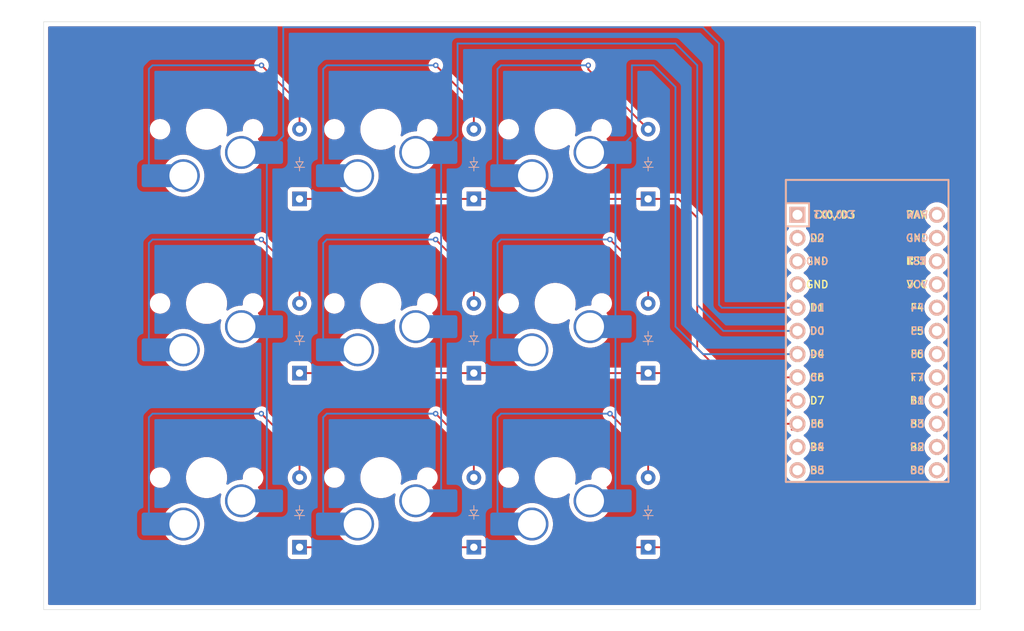
<source format=kicad_pcb>
(kicad_pcb (version 20241229) (generator "pcbnew") (generator_version "9.0")
  (layers (0 "F.Cu" signal) (2 "B.Cu" signal) (13 "F.Paste" user) (15 "B.Paste" user) (5 "F.SilkS" user "F.Silkscreen") (7 "B.SilkS" user "B.Silkscreen") (1 "F.Mask" user) (3 "B.Mask" user) (25 "Edge.Cuts" user))
  (net 0 "")
  (net 1 "Row_0")
  (net 2 "Net-(D1-A)")
  (net 3 "Net-(D2-A)")
  (net 4 "Net-(D3-A)")
  (net 5 "Row_1")
  (net 6 "Net-(D4-A)")
  (net 7 "Net-(D5-A)")
  (net 8 "Net-(D6-A)")
  (net 9 "Row_2")
  (net 10 "Net-(D7-A)")
  (net 11 "Net-(D8-A)")
  (net 12 "Net-(D9-A)")
  (net 13 "Col_0")
  (net 14 "Col_1")
  (net 33 "Col_2")
  (footprint "ScottoKeebs_MCU:Arduino_Pro_Micro" (layer "F.Cu") (at 151.92375 94.615)
    (property "Reference" "U1" (hide yes))
    (property "Value" "Arduino_Pro_Micro" (hide yes))
    (fp_line (start -8.89 -17.78) (end -8.89 15.24) (stroke (width 0.2)) (layer "F.SilkS"))
    (fp_line (start -8.89 15.24) (end 8.89 15.24) (stroke (width 0.2)) (layer "F.SilkS"))
    (fp_line (start -6.35 -15.24) (end -8.89 -15.24) (stroke (width 0.2)) (layer "F.SilkS"))
    (fp_line (start -6.35 -15.24) (end -6.35 -12.7) (stroke (width 0.2)) (layer "F.SilkS"))
    (fp_line (start -6.35 -12.7) (end -8.89 -12.7) (stroke (width 0.2)) (layer "F.SilkS"))
    (fp_line (start 8.89 -17.78) (end -8.89 -17.78) (stroke (width 0.2)) (layer "F.SilkS"))
    (fp_line (start 8.89 15.24) (end 8.89 -17.78) (stroke (width 0.2)) (layer "F.SilkS"))
    (fp_poly (pts (xy 4.531568 -9.36064) (xy 4.531568 -8.56064) (xy 4.431568 -8.56064) (xy 4.431568 -9.36064)) (stroke (width 0.15)) (fill yes) (layer "F.SilkS"))
    (fp_poly (pts (xy 4.731568 -8.96064) (xy 4.731568 -8.86064) (xy 4.631568 -8.86064) (xy 4.631568 -8.96064)) (stroke (width 0.15)) (fill yes) (layer "F.SilkS"))
    (fp_poly (pts (xy 4.931568 -9.36064) (xy 4.931568 -9.26064) (xy 4.431568 -9.26064) (xy 4.431568 -9.36064)) (stroke (width 0.15)) (fill yes) (layer "F.SilkS"))
    (fp_poly (pts (xy 4.931568 -9.36064) (xy 4.931568 -9.06064) (xy 4.831568 -9.06064) (xy 4.831568 -9.36064)) (stroke (width 0.15)) (fill yes) (layer "F.SilkS"))
    (fp_poly (pts (xy 4.931568 -8.76064) (xy 4.931568 -8.56064) (xy 4.831568 -8.56064) (xy 4.831568 -8.76064)) (stroke (width 0.15)) (fill yes) (layer "F.SilkS"))
    (fp_line (start -8.89 -17.78) (end -8.89 15.24) (stroke (width 0.2)) (layer "B.SilkS"))
    (fp_line (start -8.89 15.24) (end 8.89 15.24) (stroke (width 0.2)) (layer "B.SilkS"))
    (fp_line (start -6.35 -15.24) (end -8.89 -15.24) (stroke (width 0.2)) (layer "B.SilkS"))
    (fp_line (start -6.35 -15.24) (end -6.35 -12.7) (stroke (width 0.2)) (layer "B.SilkS"))
    (fp_line (start -6.35 -12.7) (end -8.89 -12.7) (stroke (width 0.2)) (layer "B.SilkS"))
    (fp_line (start 8.89 -17.78) (end -8.89 -17.78) (stroke (width 0.2)) (layer "B.SilkS"))
    (fp_line (start 8.89 15.24) (end 8.89 -17.78) (stroke (width 0.2)) (layer "B.SilkS"))
    (fp_poly (pts (xy 5.844635 -9.35097) (xy 5.844635 -9.25097) (xy 6.344635 -9.25097) (xy 6.344635 -9.35097)) (stroke (width 0.15)) (fill yes) (layer "B.SilkS"))
    (fp_poly (pts (xy 5.844635 -9.35097) (xy 5.844635 -9.05097) (xy 5.944635 -9.05097) (xy 5.944635 -9.35097)) (stroke (width 0.15)) (fill yes) (layer "B.SilkS"))
    (fp_poly (pts (xy 5.844635 -8.75097) (xy 5.844635 -8.55097) (xy 5.944635 -8.55097) (xy 5.944635 -8.75097)) (stroke (width 0.15)) (fill yes) (layer "B.SilkS"))
    (fp_poly (pts (xy 6.044635 -8.95097) (xy 6.044635 -8.85097) (xy 6.144635 -8.85097) (xy 6.144635 -8.95097)) (stroke (width 0.15)) (fill yes) (layer "B.SilkS"))
    (fp_poly (pts (xy 6.244635 -9.35097) (xy 6.244635 -8.55097) (xy 6.344635 -8.55097) (xy 6.344635 -9.35097)) (stroke (width 0.15)) (fill yes) (layer "B.SilkS"))
    (fp_text user "RAW" (at 5.461 -13.97 0) (layer "F.SilkS") (effects (font (size 0.8 0.8))))
    (fp_text user "GND" (at -5.461 -8.89 0) (layer "F.SilkS") (effects (font (size 0.8 0.8))))
    (fp_text user "GND" (at -5.461 -6.35 0) (layer "F.SilkS") (effects (font (size 0.8 0.8))))
    (fp_text user "D7" (at -5.461 6.35 0) (layer "F.SilkS") (effects (font (size 0.8 0.8))))
    (fp_text user "F5" (at 5.461 -1.27 0) (layer "F.SilkS") (effects (font (size 0.8 0.8))))
    (fp_text user "D2" (at -5.461 -11.43 0) (layer "F.SilkS") (effects (font (size 0.8 0.8))))
    (fp_text user "D0" (at -5.461 -1.27 0) (layer "F.SilkS") (effects (font (size 0.8 0.8))))
    (fp_text user "B6" (at 5.461 13.97 0) (layer "F.SilkS") (effects (font (size 0.8 0.8))))
    (fp_text user "TX0/D3" (at -3.571872 -13.97 0) (layer "F.SilkS") (effects (font (size 0.8 0.8))))
    (fp_text user "F6" (at 5.461 1.27 0) (layer "F.SilkS") (effects (font (size 0.8 0.8))))
    (fp_text user "F7" (at 5.461 3.81 0) (layer "F.SilkS") (effects (font (size 0.8 0.8))))
    (fp_text user "B5" (at -5.461 13.97 0) (layer "F.SilkS") (effects (font (size 0.8 0.8))))
    (fp_text user "F4" (at 5.461 -3.81 0) (layer "F.SilkS") (effects (font (size 0.8 0.8))))
    (fp_text user "B1" (at 5.461 6.35 0) (layer "F.SilkS") (effects (font (size 0.8 0.8))))
    (fp_text user "B2" (at 5.461 11.43 0) (layer "F.SilkS") (effects (font (size 0.8 0.8))))
    (fp_text user "B4" (at -5.461 11.43 0) (layer "F.SilkS") (effects (font (size 0.8 0.8))))
    (fp_text user "D4" (at -5.461 1.27 0) (layer "F.SilkS") (effects (font (size 0.8 0.8))))
    (fp_text user "B3" (at 5.461 8.89 0) (layer "F.SilkS") (effects (font (size 0.8 0.8))))
    (fp_text user "C6" (at -5.461 3.81 0) (layer "F.SilkS") (effects (font (size 0.8 0.8))))
    (fp_text user "E6" (at -5.461 8.89 0) (layer "F.SilkS") (effects (font (size 0.8 0.8))))
    (fp_text user "ST" (at 5.73312 -8.92 0) (layer "F.SilkS") (effects (font (size 0.8 0.8))))
    (fp_text user "GND" (at 5.461 -11.43 0) (layer "F.SilkS") (effects (font (size 0.8 0.8))))
    (fp_text user "VCC" (at 5.461 -6.35 0) (layer "F.SilkS") (effects (font (size 0.8 0.8))))
    (fp_text user "D1" (at -5.461 -3.81 0) (layer "F.SilkS") (effects (font (size 0.8 0.8))))
    (fp_text user "D2" (at -5.461 -11.43 0) (layer "B.SilkS") (effects (font (size 0.8 0.8)) (justify mirror)))
    (fp_text user "D1" (at -5.461 -3.81 0) (layer "B.SilkS") (effects (font (size 0.8 0.8)) (justify mirror)))
    (fp_text user "C6" (at -5.461 3.81 0) (layer "B.SilkS") (effects (font (size 0.8 0.8)) (justify mirror)))
    (fp_text user "B1" (at 5.461 6.35 0) (layer "B.SilkS") (effects (font (size 0.8 0.8)) (justify mirror)))
    (fp_text user "B2" (at 5.461 11.43 0) (layer "B.SilkS") (effects (font (size 0.8 0.8)) (justify mirror)))
    (fp_text user "F4" (at 5.461 -3.81 0) (layer "B.SilkS") (effects (font (size 0.8 0.8)) (justify mirror)))
    (fp_text user "VCC" (at 5.461 -6.35 0) (layer "B.SilkS") (effects (font (size 0.8 0.8)) (justify mirror)))
    (fp_text user "GND" (at 5.461 -11.43 0) (layer "B.SilkS") (effects (font (size 0.8 0.8)) (justify mirror)))
    (fp_text user "D4" (at -5.461 1.27 0) (layer "B.SilkS") (effects (font (size 0.8 0.8)) (justify mirror)))
    (fp_text user "D0" (at -5.461 -1.27 0) (layer "B.SilkS") (effects (font (size 0.8 0.8)) (justify mirror)))
    (fp_text user "F7" (at 5.461 3.81 0) (layer "B.SilkS") (effects (font (size 0.8 0.8)) (justify mirror)))
    (fp_text user "RAW" (at 5.461 -13.97 0) (layer "B.SilkS") (effects (font (size 0.8 0.8)) (justify mirror)))
    (fp_text user "B4" (at -5.461 11.43 0) (layer "B.SilkS") (effects (font (size 0.8 0.8)) (justify mirror)))
    (fp_text user "B3" (at 5.461 8.89 0) (layer "B.SilkS") (effects (font (size 0.8 0.8)) (justify mirror)))
    (fp_text user "F6" (at 5.461 1.27 0) (layer "B.SilkS") (effects (font (size 0.8 0.8)) (justify mirror)))
    (fp_text user "E6" (at -5.461 8.89 0) (layer "B.SilkS") (effects (font (size 0.8 0.8)) (justify mirror)))
    (fp_text user "F5" (at 5.461 -1.27 0) (layer "B.SilkS") (effects (font (size 0.8 0.8)) (justify mirror)))
    (fp_text user "B5" (at -5.461 13.97 0) (layer "B.SilkS") (effects (font (size 0.8 0.8)) (justify mirror)))
    (fp_text user "GND" (at -5.461 -8.89 0) (layer "B.SilkS") (effects (font (size 0.8 0.8)) (justify mirror)))
    (fp_text user "TX0/D3" (at -3.571872 -13.97 0) (layer "B.SilkS") (effects (font (size 0.8 0.8)) (justify mirror)))
    (fp_text user "B6" (at 5.461 13.97 0) (layer "B.SilkS") (effects (font (size 0.8 0.8)) (justify mirror)))
    (fp_text user "ST" (at 5.04 -8.91 0) (layer "B.SilkS") (effects (font (size 0.8 0.8)) (justify mirror)))
    (pad "1" thru_hole rect (at -7.62 -13.97 270) (size 1.7526 1.7526) (drill 1.0922) (layers "*.Cu" "*.SilkS" "*.Mask"))
    (pad "2" thru_hole circle (at -7.62 -11.43 270) (size 1.7526 1.7526) (drill 1.0922) (layers "*.Cu" "*.SilkS" "*.Mask"))
    (pad "3" thru_hole circle (at -7.62 -8.89 270) (size 1.7526 1.7526) (drill 1.0922) (layers "*.Cu" "*.SilkS" "*.Mask"))
    (pad "4" thru_hole circle (at -7.62 -6.35 270) (size 1.7526 1.7526) (drill 1.0922) (layers "*.Cu" "*.SilkS" "*.Mask"))
    (pad "5" thru_hole circle (at -7.62 -3.81 270) (size 1.7526 1.7526) (drill 1.0922) (layers "*.Cu" "*.SilkS" "*.Mask") (net 13 "Col_0"))
    (pad "6" thru_hole circle (at -7.62 -1.27 270) (size 1.7526 1.7526) (drill 1.0922) (layers "*.Cu" "*.SilkS" "*.Mask") (net 14 "Col_1"))
    (pad "7" thru_hole circle (at -7.62 1.27 270) (size 1.7526 1.7526) (drill 1.0922) (layers "*.Cu" "*.SilkS" "*.Mask") (net 33 "Col_2"))
    (pad "8" thru_hole circle (at -7.62 3.81 270) (size 1.7526 1.7526) (drill 1.0922) (layers "*.Cu" "*.SilkS" "*.Mask") (net 1 "Row_0"))
    (pad "9" thru_hole circle (at -7.62 6.35 270) (size 1.7526 1.7526) (drill 1.0922) (layers "*.Cu" "*.SilkS" "*.Mask") (net 5 "Row_1"))
    (pad "10" thru_hole circle (at -7.62 8.89 270) (size 1.7526 1.7526) (drill 1.0922) (layers "*.Cu" "*.SilkS" "*.Mask") (net 9 "Row_2"))
    (pad "11" thru_hole circle (at -7.62 11.43 270) (size 1.7526 1.7526) (drill 1.0922) (layers "*.Cu" "*.SilkS" "*.Mask"))
    (pad "12" thru_hole circle (at -7.62 13.97 270) (size 1.7526 1.7526) (drill 1.0922) (layers "*.Cu" "*.SilkS" "*.Mask"))
    (pad "13" thru_hole circle (at 7.62 13.97 270) (size 1.7526 1.7526) (drill 1.0922) (layers "*.Cu" "*.SilkS" "*.Mask"))
    (pad "14" thru_hole circle (at 7.62 11.43 270) (size 1.7526 1.7526) (drill 1.0922) (layers "*.Cu" "*.SilkS" "*.Mask"))
    (pad "15" thru_hole circle (at 7.62 8.89 270) (size 1.7526 1.7526) (drill 1.0922) (layers "*.Cu" "*.SilkS" "*.Mask"))
    (pad "16" thru_hole circle (at 7.62 6.35 270) (size 1.7526 1.7526) (drill 1.0922) (layers "*.Cu" "*.SilkS" "*.Mask"))
    (pad "17" thru_hole circle (at 7.62 3.81 270) (size 1.7526 1.7526) (drill 1.0922) (layers "*.Cu" "*.SilkS" "*.Mask"))
    (pad "18" thru_hole circle (at 7.62 1.27 270) (size 1.7526 1.7526) (drill 1.0922) (layers "*.Cu" "*.SilkS" "*.Mask"))
    (pad "19" thru_hole circle (at 7.62 -1.27 270) (size 1.7526 1.7526) (drill 1.0922) (layers "*.Cu" "*.SilkS" "*.Mask"))
    (pad "20" thru_hole circle (at 7.62 -3.81 270) (size 1.7526 1.7526) (drill 1.0922) (layers "*.Cu" "*.SilkS" "*.Mask"))
    (pad "21" thru_hole circle (at 7.62 -6.35 270) (size 1.7526 1.7526) (drill 1.0922) (layers "*.Cu" "*.SilkS" "*.Mask"))
    (pad "22" thru_hole circle (at 7.62 -8.89 270) (size 1.7526 1.7526) (drill 1.0922) (layers "*.Cu" "*.SilkS" "*.Mask"))
    (pad "23" thru_hole circle (at 7.62 -11.43 270) (size 1.7526 1.7526) (drill 1.0922) (layers "*.Cu" "*.SilkS" "*.Mask"))
    (pad "24" thru_hole circle (at 7.62 -13.97 270) (size 1.7526 1.7526) (drill 1.0922) (layers "*.Cu" "*.SilkS" "*.Mask"))
  )
  (footprint "ScottoKeebs_Components:Diode_DO-35" (layer "B.Cu") (at 127.98625 78.90625 90)
    (property "Reference" "D3" (hide yes))
    (property "Value" "Diode" (hide yes))
    (fp_line (start 4.06 -0.4) (end 3.46 0) (stroke (width 0.1)) (layer "B.SilkS"))
    (fp_line (start 4.06 0) (end 4.56 0) (stroke (width 0.1)) (layer "B.SilkS"))
    (fp_line (start 3.46 0) (end 4.06 0.4) (stroke (width 0.1)) (layer "B.SilkS"))
    (fp_line (start 3.06 0) (end 3.46 0) (stroke (width 0.1)) (layer "B.SilkS"))
    (fp_line (start 4.06 0.4) (end 4.06 -0.4) (stroke (width 0.1)) (layer "B.SilkS"))
    (fp_line (start 3.46 0.55) (end 3.46 -0.55) (stroke (width 0.1)) (layer "B.SilkS"))
    (pad "1" thru_hole rect (at 0 0 90) (size 1.6 1.6) (drill 0.8) (layers "*.Cu" "*.Mask") (net 1 "Row_0"))
    (pad "2" thru_hole oval (at 7.62 0 90) (size 1.6 1.6) (drill 0.8) (layers "*.Cu" "*.Mask") (net 4 "Net-(D3-A)"))
  )
  (footprint "ScottoKeebs_Scotto:MX_Hotswap_1.00u" (layer "B.Cu") (at 80.36125 94.14625 180)
    (property "Reference" "S4" (hide yes))
    (property "Value" "Keyswitch")
    (pad "" np_thru_hole circle (at -4.445 3.81) (size 1.75 1.75) (drill 1.75) (layers "*.Cu" "*.Mask") (clearance 0.1))
    (pad "" np_thru_hole circle (at 0.635 3.81) (size 4 4) (drill 4) (layers "*.Cu" "*.Mask"))
    (pad "" np_thru_hole circle (at 5.715 3.81) (size 1.75 1.75) (drill 1.75) (layers "*.Cu" "*.Mask"))
    (pad "1" smd roundrect (at -5.95 1.27) (size 3.55 2.5) (layers "B.Cu") (roundrect_rratio 0.1) (net 13 "Col_0"))
    (pad "1" thru_hole circle (at -3.175 1.27) (size 3.6 3.6) (drill 3.05) (layers "*.Cu" "*.Mask") (net 13 "Col_0"))
    (pad "2" thru_hole circle (at 3.175 -1.27) (size 3.6 3.6) (drill 3.05) (layers "*.Cu" "*.Mask") (net 6 "Net-(D4-A)"))
    (pad "2" smd roundrect (at 5.955 -1.27) (size 3.55 2.5) (layers "B.Cu") (roundrect_rratio 0.1) (net 6 "Net-(D4-A)"))
  )
  (footprint "ScottoKeebs_Components:Diode_DO-35" (layer "B.Cu") (at 89.88625 97.95625 90)
    (property "Reference" "D4" (hide yes))
    (property "Value" "Diode" (hide yes))
    (fp_line (start 4.06 -0.4) (end 3.46 0) (stroke (width 0.1)) (layer "B.SilkS"))
    (fp_line (start 4.06 0) (end 4.56 0) (stroke (width 0.1)) (layer "B.SilkS"))
    (fp_line (start 3.46 0) (end 4.06 0.4) (stroke (width 0.1)) (layer "B.SilkS"))
    (fp_line (start 3.06 0) (end 3.46 0) (stroke (width 0.1)) (layer "B.SilkS"))
    (fp_line (start 4.06 0.4) (end 4.06 -0.4) (stroke (width 0.1)) (layer "B.SilkS"))
    (fp_line (start 3.46 0.55) (end 3.46 -0.55) (stroke (width 0.1)) (layer "B.SilkS"))
    (pad "1" thru_hole rect (at 0 0 90) (size 1.6 1.6) (drill 0.8) (layers "*.Cu" "*.Mask") (net 5 "Row_1"))
    (pad "2" thru_hole oval (at 7.62 0 90) (size 1.6 1.6) (drill 0.8) (layers "*.Cu" "*.Mask") (net 6 "Net-(D4-A)"))
  )
  (footprint "ScottoKeebs_Components:Diode_DO-35" (layer "B.Cu") (at 108.93625 117.00625 90)
    (property "Reference" "D8" (hide yes))
    (property "Value" "Diode" (hide yes))
    (fp_line (start 4.06 -0.4) (end 3.46 0) (stroke (width 0.1)) (layer "B.SilkS"))
    (fp_line (start 4.06 0) (end 4.56 0) (stroke (width 0.1)) (layer "B.SilkS"))
    (fp_line (start 3.46 0) (end 4.06 0.4) (stroke (width 0.1)) (layer "B.SilkS"))
    (fp_line (start 3.06 0) (end 3.46 0) (stroke (width 0.1)) (layer "B.SilkS"))
    (fp_line (start 4.06 0.4) (end 4.06 -0.4) (stroke (width 0.1)) (layer "B.SilkS"))
    (fp_line (start 3.46 0.55) (end 3.46 -0.55) (stroke (width 0.1)) (layer "B.SilkS"))
    (pad "1" thru_hole rect (at 0 0 90) (size 1.6 1.6) (drill 0.8) (layers "*.Cu" "*.Mask") (net 9 "Row_2"))
    (pad "2" thru_hole oval (at 7.62 0 90) (size 1.6 1.6) (drill 0.8) (layers "*.Cu" "*.Mask") (net 11 "Net-(D8-A)"))
  )
  (footprint "ScottoKeebs_Scotto:MX_Hotswap_1.00u" (layer "B.Cu") (at 99.41125 113.19625 180)
    (property "Reference" "S8" (hide yes))
    (property "Value" "Keyswitch")
    (pad "" np_thru_hole circle (at -4.445 3.81) (size 1.75 1.75) (drill 1.75) (layers "*.Cu" "*.Mask") (clearance 0.1))
    (pad "" np_thru_hole circle (at 0.635 3.81) (size 4 4) (drill 4) (layers "*.Cu" "*.Mask"))
    (pad "" np_thru_hole circle (at 5.715 3.81) (size 1.75 1.75) (drill 1.75) (layers "*.Cu" "*.Mask"))
    (pad "1" smd roundrect (at -5.95 1.27) (size 3.55 2.5) (layers "B.Cu") (roundrect_rratio 0.1) (net 14 "Col_1"))
    (pad "1" thru_hole circle (at -3.175 1.27) (size 3.6 3.6) (drill 3.05) (layers "*.Cu" "*.Mask") (net 14 "Col_1"))
    (pad "2" thru_hole circle (at 3.175 -1.27) (size 3.6 3.6) (drill 3.05) (layers "*.Cu" "*.Mask") (net 11 "Net-(D8-A)"))
    (pad "2" smd roundrect (at 5.955 -1.27) (size 3.55 2.5) (layers "B.Cu") (roundrect_rratio 0.1) (net 11 "Net-(D8-A)"))
  )
  (footprint "ScottoKeebs_Scotto:MX_Hotswap_1.00u" (layer "B.Cu") (at 118.46125 113.19625 180)
    (property "Reference" "S9" (hide yes))
    (property "Value" "Keyswitch")
    (pad "" np_thru_hole circle (at -4.445 3.81) (size 1.75 1.75) (drill 1.75) (layers "*.Cu" "*.Mask") (clearance 0.1))
    (pad "" np_thru_hole circle (at 0.635 3.81) (size 4 4) (drill 4) (layers "*.Cu" "*.Mask"))
    (pad "" np_thru_hole circle (at 5.715 3.81) (size 1.75 1.75) (drill 1.75) (layers "*.Cu" "*.Mask"))
    (pad "1" smd roundrect (at -5.95 1.27) (size 3.55 2.5) (layers "B.Cu") (roundrect_rratio 0.1) (net 33 "Col_2"))
    (pad "1" thru_hole circle (at -3.175 1.27) (size 3.6 3.6) (drill 3.05) (layers "*.Cu" "*.Mask") (net 33 "Col_2"))
    (pad "2" thru_hole circle (at 3.175 -1.27) (size 3.6 3.6) (drill 3.05) (layers "*.Cu" "*.Mask") (net 12 "Net-(D9-A)"))
    (pad "2" smd roundrect (at 5.955 -1.27) (size 3.55 2.5) (layers "B.Cu") (roundrect_rratio 0.1) (net 12 "Net-(D9-A)"))
  )
  (footprint "ScottoKeebs_Scotto:MX_Hotswap_1.00u" (layer "B.Cu") (at 80.36125 113.19625 180)
    (property "Reference" "S7" (hide yes))
    (property "Value" "Keyswitch")
    (pad "" np_thru_hole circle (at -4.445 3.81) (size 1.75 1.75) (drill 1.75) (layers "*.Cu" "*.Mask") (clearance 0.1))
    (pad "" np_thru_hole circle (at 0.635 3.81) (size 4 4) (drill 4) (layers "*.Cu" "*.Mask"))
    (pad "" np_thru_hole circle (at 5.715 3.81) (size 1.75 1.75) (drill 1.75) (layers "*.Cu" "*.Mask"))
    (pad "1" smd roundrect (at -5.95 1.27) (size 3.55 2.5) (layers "B.Cu") (roundrect_rratio 0.1) (net 13 "Col_0"))
    (pad "1" thru_hole circle (at -3.175 1.27) (size 3.6 3.6) (drill 3.05) (layers "*.Cu" "*.Mask") (net 13 "Col_0"))
    (pad "2" thru_hole circle (at 3.175 -1.27) (size 3.6 3.6) (drill 3.05) (layers "*.Cu" "*.Mask") (net 10 "Net-(D7-A)"))
    (pad "2" smd roundrect (at 5.955 -1.27) (size 3.55 2.5) (layers "B.Cu") (roundrect_rratio 0.1) (net 10 "Net-(D7-A)"))
  )
  (footprint "ScottoKeebs_Components:Diode_DO-35" (layer "B.Cu") (at 89.88625 117.00625 90)
    (property "Reference" "D7" (hide yes))
    (property "Value" "Diode" (hide yes))
    (fp_line (start 4.06 -0.4) (end 3.46 0) (stroke (width 0.1)) (layer "B.SilkS"))
    (fp_line (start 4.06 0) (end 4.56 0) (stroke (width 0.1)) (layer "B.SilkS"))
    (fp_line (start 3.46 0) (end 4.06 0.4) (stroke (width 0.1)) (layer "B.SilkS"))
    (fp_line (start 3.06 0) (end 3.46 0) (stroke (width 0.1)) (layer "B.SilkS"))
    (fp_line (start 4.06 0.4) (end 4.06 -0.4) (stroke (width 0.1)) (layer "B.SilkS"))
    (fp_line (start 3.46 0.55) (end 3.46 -0.55) (stroke (width 0.1)) (layer "B.SilkS"))
    (pad "1" thru_hole rect (at 0 0 90) (size 1.6 1.6) (drill 0.8) (layers "*.Cu" "*.Mask") (net 9 "Row_2"))
    (pad "2" thru_hole oval (at 7.62 0 90) (size 1.6 1.6) (drill 0.8) (layers "*.Cu" "*.Mask") (net 10 "Net-(D7-A)"))
  )
  (footprint "ScottoKeebs_Scotto:MX_Hotswap_1.00u" (layer "B.Cu") (at 99.41125 75.09625 180)
    (property "Reference" "S2" (hide yes))
    (property "Value" "Keyswitch")
    (pad "" np_thru_hole circle (at -4.445 3.81) (size 1.75 1.75) (drill 1.75) (layers "*.Cu" "*.Mask") (clearance 0.1))
    (pad "" np_thru_hole circle (at 0.635 3.81) (size 4 4) (drill 4) (layers "*.Cu" "*.Mask"))
    (pad "" np_thru_hole circle (at 5.715 3.81) (size 1.75 1.75) (drill 1.75) (layers "*.Cu" "*.Mask"))
    (pad "1" smd roundrect (at -5.95 1.27) (size 3.55 2.5) (layers "B.Cu") (roundrect_rratio 0.1) (net 14 "Col_1"))
    (pad "1" thru_hole circle (at -3.175 1.27) (size 3.6 3.6) (drill 3.05) (layers "*.Cu" "*.Mask") (net 14 "Col_1"))
    (pad "2" thru_hole circle (at 3.175 -1.27) (size 3.6 3.6) (drill 3.05) (layers "*.Cu" "*.Mask") (net 3 "Net-(D2-A)"))
    (pad "2" smd roundrect (at 5.955 -1.27) (size 3.55 2.5) (layers "B.Cu") (roundrect_rratio 0.1) (net 3 "Net-(D2-A)"))
  )
  (footprint "ScottoKeebs_Scotto:MX_Hotswap_1.00u" (layer "B.Cu") (at 118.46125 94.14625 180)
    (property "Reference" "S6" (hide yes))
    (property "Value" "Keyswitch")
    (pad "" np_thru_hole circle (at -4.445 3.81) (size 1.75 1.75) (drill 1.75) (layers "*.Cu" "*.Mask") (clearance 0.1))
    (pad "" np_thru_hole circle (at 0.635 3.81) (size 4 4) (drill 4) (layers "*.Cu" "*.Mask"))
    (pad "" np_thru_hole circle (at 5.715 3.81) (size 1.75 1.75) (drill 1.75) (layers "*.Cu" "*.Mask"))
    (pad "1" smd roundrect (at -5.95 1.27) (size 3.55 2.5) (layers "B.Cu") (roundrect_rratio 0.1) (net 33 "Col_2"))
    (pad "1" thru_hole circle (at -3.175 1.27) (size 3.6 3.6) (drill 3.05) (layers "*.Cu" "*.Mask") (net 33 "Col_2"))
    (pad "2" thru_hole circle (at 3.175 -1.27) (size 3.6 3.6) (drill 3.05) (layers "*.Cu" "*.Mask") (net 8 "Net-(D6-A)"))
    (pad "2" smd roundrect (at 5.955 -1.27) (size 3.55 2.5) (layers "B.Cu") (roundrect_rratio 0.1) (net 8 "Net-(D6-A)"))
  )
  (footprint "ScottoKeebs_Scotto:MX_Hotswap_1.00u" (layer "B.Cu") (at 99.41125 94.14625 180)
    (property "Reference" "S5" (hide yes))
    (property "Value" "Keyswitch")
    (pad "" np_thru_hole circle (at -4.445 3.81) (size 1.75 1.75) (drill 1.75) (layers "*.Cu" "*.Mask") (clearance 0.1))
    (pad "" np_thru_hole circle (at 0.635 3.81) (size 4 4) (drill 4) (layers "*.Cu" "*.Mask"))
    (pad "" np_thru_hole circle (at 5.715 3.81) (size 1.75 1.75) (drill 1.75) (layers "*.Cu" "*.Mask"))
    (pad "1" smd roundrect (at -5.95 1.27) (size 3.55 2.5) (layers "B.Cu") (roundrect_rratio 0.1) (net 14 "Col_1"))
    (pad "1" thru_hole circle (at -3.175 1.27) (size 3.6 3.6) (drill 3.05) (layers "*.Cu" "*.Mask") (net 14 "Col_1"))
    (pad "2" thru_hole circle (at 3.175 -1.27) (size 3.6 3.6) (drill 3.05) (layers "*.Cu" "*.Mask") (net 7 "Net-(D5-A)"))
    (pad "2" smd roundrect (at 5.955 -1.27) (size 3.55 2.5) (layers "B.Cu") (roundrect_rratio 0.1) (net 7 "Net-(D5-A)"))
  )
  (footprint "ScottoKeebs_Components:Diode_DO-35" (layer "B.Cu") (at 108.93625 78.90625 90)
    (property "Reference" "D2" (hide yes))
    (property "Value" "Diode" (hide yes))
    (fp_line (start 4.06 -0.4) (end 3.46 0) (stroke (width 0.1)) (layer "B.SilkS"))
    (fp_line (start 4.06 0) (end 4.56 0) (stroke (width 0.1)) (layer "B.SilkS"))
    (fp_line (start 3.46 0) (end 4.06 0.4) (stroke (width 0.1)) (layer "B.SilkS"))
    (fp_line (start 3.06 0) (end 3.46 0) (stroke (width 0.1)) (layer "B.SilkS"))
    (fp_line (start 4.06 0.4) (end 4.06 -0.4) (stroke (width 0.1)) (layer "B.SilkS"))
    (fp_line (start 3.46 0.55) (end 3.46 -0.55) (stroke (width 0.1)) (layer "B.SilkS"))
    (pad "1" thru_hole rect (at 0 0 90) (size 1.6 1.6) (drill 0.8) (layers "*.Cu" "*.Mask") (net 1 "Row_0"))
    (pad "2" thru_hole oval (at 7.62 0 90) (size 1.6 1.6) (drill 0.8) (layers "*.Cu" "*.Mask") (net 3 "Net-(D2-A)"))
  )
  (footprint "ScottoKeebs_Components:Diode_DO-35" (layer "B.Cu") (at 89.88625 78.90625 90)
    (property "Reference" "D1" (hide yes))
    (property "Value" "Diode" (hide yes))
    (fp_line (start 4.06 -0.4) (end 3.46 0) (stroke (width 0.1)) (layer "B.SilkS"))
    (fp_line (start 4.06 0) (end 4.56 0) (stroke (width 0.1)) (layer "B.SilkS"))
    (fp_line (start 3.46 0) (end 4.06 0.4) (stroke (width 0.1)) (layer "B.SilkS"))
    (fp_line (start 3.06 0) (end 3.46 0) (stroke (width 0.1)) (layer "B.SilkS"))
    (fp_line (start 4.06 0.4) (end 4.06 -0.4) (stroke (width 0.1)) (layer "B.SilkS"))
    (fp_line (start 3.46 0.55) (end 3.46 -0.55) (stroke (width 0.1)) (layer "B.SilkS"))
    (pad "1" thru_hole rect (at 0 0 90) (size 1.6 1.6) (drill 0.8) (layers "*.Cu" "*.Mask") (net 1 "Row_0"))
    (pad "2" thru_hole oval (at 7.62 0 90) (size 1.6 1.6) (drill 0.8) (layers "*.Cu" "*.Mask") (net 2 "Net-(D1-A)"))
  )
  (footprint "ScottoKeebs_Components:Diode_DO-35" (layer "B.Cu") (at 127.98625 97.95625 90)
    (property "Reference" "D6" (hide yes))
    (property "Value" "Diode" (hide yes))
    (fp_line (start 4.06 -0.4) (end 3.46 0) (stroke (width 0.1)) (layer "B.SilkS"))
    (fp_line (start 4.06 0) (end 4.56 0) (stroke (width 0.1)) (layer "B.SilkS"))
    (fp_line (start 3.46 0) (end 4.06 0.4) (stroke (width 0.1)) (layer "B.SilkS"))
    (fp_line (start 3.06 0) (end 3.46 0) (stroke (width 0.1)) (layer "B.SilkS"))
    (fp_line (start 4.06 0.4) (end 4.06 -0.4) (stroke (width 0.1)) (layer "B.SilkS"))
    (fp_line (start 3.46 0.55) (end 3.46 -0.55) (stroke (width 0.1)) (layer "B.SilkS"))
    (pad "1" thru_hole rect (at 0 0 90) (size 1.6 1.6) (drill 0.8) (layers "*.Cu" "*.Mask") (net 5 "Row_1"))
    (pad "2" thru_hole oval (at 7.62 0 90) (size 1.6 1.6) (drill 0.8) (layers "*.Cu" "*.Mask") (net 8 "Net-(D6-A)"))
  )
  (footprint "ScottoKeebs_Scotto:MX_Hotswap_1.00u" (layer "B.Cu") (at 80.36125 75.09625 180)
    (property "Reference" "S1" (hide yes))
    (property "Value" "Keyswitch")
    (pad "" np_thru_hole circle (at -4.445 3.81) (size 1.75 1.75) (drill 1.75) (layers "*.Cu" "*.Mask") (clearance 0.1))
    (pad "" np_thru_hole circle (at 0.635 3.81) (size 4 4) (drill 4) (layers "*.Cu" "*.Mask"))
    (pad "" np_thru_hole circle (at 5.715 3.81) (size 1.75 1.75) (drill 1.75) (layers "*.Cu" "*.Mask"))
    (pad "1" smd roundrect (at -5.95 1.27) (size 3.55 2.5) (layers "B.Cu") (roundrect_rratio 0.1) (net 13 "Col_0"))
    (pad "1" thru_hole circle (at -3.175 1.27) (size 3.6 3.6) (drill 3.05) (layers "*.Cu" "*.Mask") (net 13 "Col_0"))
    (pad "2" thru_hole circle (at 3.175 -1.27) (size 3.6 3.6) (drill 3.05) (layers "*.Cu" "*.Mask") (net 2 "Net-(D1-A)"))
    (pad "2" smd roundrect (at 5.955 -1.27) (size 3.55 2.5) (layers "B.Cu") (roundrect_rratio 0.1) (net 2 "Net-(D1-A)"))
  )
  (footprint "ScottoKeebs_Components:Diode_DO-35" (layer "B.Cu") (at 127.98625 117.00625 90)
    (property "Reference" "D9" (hide yes))
    (property "Value" "Diode" (hide yes))
    (fp_line (start 4.06 -0.4) (end 3.46 0) (stroke (width 0.1)) (layer "B.SilkS"))
    (fp_line (start 4.06 0) (end 4.56 0) (stroke (width 0.1)) (layer "B.SilkS"))
    (fp_line (start 3.46 0) (end 4.06 0.4) (stroke (width 0.1)) (layer "B.SilkS"))
    (fp_line (start 3.06 0) (end 3.46 0) (stroke (width 0.1)) (layer "B.SilkS"))
    (fp_line (start 4.06 0.4) (end 4.06 -0.4) (stroke (width 0.1)) (layer "B.SilkS"))
    (fp_line (start 3.46 0.55) (end 3.46 -0.55) (stroke (width 0.1)) (layer "B.SilkS"))
    (pad "1" thru_hole rect (at 0 0 90) (size 1.6 1.6) (drill 0.8) (layers "*.Cu" "*.Mask") (net 9 "Row_2"))
    (pad "2" thru_hole oval (at 7.62 0 90) (size 1.6 1.6) (drill 0.8) (layers "*.Cu" "*.Mask") (net 12 "Net-(D9-A)"))
  )
  (footprint "ScottoKeebs_Components:Diode_DO-35" (layer "B.Cu") (at 108.93625 97.95625 90)
    (property "Reference" "D5" (hide yes))
    (property "Value" "Diode" (hide yes))
    (fp_line (start 4.06 -0.4) (end 3.46 0) (stroke (width 0.1)) (layer "B.SilkS"))
    (fp_line (start 4.06 0) (end 4.56 0) (stroke (width 0.1)) (layer "B.SilkS"))
    (fp_line (start 3.46 0) (end 4.06 0.4) (stroke (width 0.1)) (layer "B.SilkS"))
    (fp_line (start 3.06 0) (end 3.46 0) (stroke (width 0.1)) (layer "B.SilkS"))
    (fp_line (start 4.06 0.4) (end 4.06 -0.4) (stroke (width 0.1)) (layer "B.SilkS"))
    (fp_line (start 3.46 0.55) (end 3.46 -0.55) (stroke (width 0.1)) (layer "B.SilkS"))
    (pad "1" thru_hole rect (at 0 0 90) (size 1.6 1.6) (drill 0.8) (layers "*.Cu" "*.Mask") (net 5 "Row_1"))
    (pad "2" thru_hole oval (at 7.62 0 90) (size 1.6 1.6) (drill 0.8) (layers "*.Cu" "*.Mask") (net 7 "Net-(D5-A)"))
  )
  (footprint "ScottoKeebs_Scotto:MX_Hotswap_1.00u" (layer "B.Cu") (at 118.46125 75.09625 180)
    (property "Reference" "S3" (hide yes))
    (property "Value" "Keyswitch")
    (pad "" np_thru_hole circle (at -4.445 3.81) (size 1.75 1.75) (drill 1.75) (layers "*.Cu" "*.Mask") (clearance 0.1))
    (pad "" np_thru_hole circle (at 0.635 3.81) (size 4 4) (drill 4) (layers "*.Cu" "*.Mask"))
    (pad "" np_thru_hole circle (at 5.715 3.81) (size 1.75 1.75) (drill 1.75) (layers "*.Cu" "*.Mask"))
    (pad "1" smd roundrect (at -5.95 1.27) (size 3.55 2.5) (layers "B.Cu") (roundrect_rratio 0.1) (net 33 "Col_2"))
    (pad "1" thru_hole circle (at -3.175 1.27) (size 3.6 3.6) (drill 3.05) (layers "*.Cu" "*.Mask") (net 33 "Col_2"))
    (pad "2" thru_hole circle (at 3.175 -1.27) (size 3.6 3.6) (drill 3.05) (layers "*.Cu" "*.Mask") (net 4 "Net-(D3-A)"))
    (pad "2" smd roundrect (at 5.955 -1.27) (size 3.55 2.5) (layers "B.Cu") (roundrect_rratio 0.1) (net 4 "Net-(D3-A)"))
  )
  (gr_rect (start 61.9125 59.53125) (end 164.30625 123.825) (stroke (width 0.05)) (fill no) (layer "Edge.Cuts"))
  (segment (start 131.29375 78.90625) (end 133.35 80.9625) (width 0.2) (layer "F.Cu") (net 1))
  (segment (start 136.525 98.425) (end 144.30375 98.425) (width 0.2) (layer "F.Cu") (net 1))
  (segment (start 90.4875 78.58125) (end 90.21125 78.58125) (width 0.2) (layer "F.Cu") (net 1))
  (segment (start 133.35 95.25) (end 136.525 98.425) (width 0.2) (layer "F.Cu") (net 1))
  (segment (start 133.35 80.9625) (end 133.35 95.25) (width 0.2) (layer "F.Cu") (net 1))
  (segment (start 89.88625 78.90625) (end 127.98625 78.90625) (width 0.2) (layer "F.Cu") (net 1))
  (segment (start 89.88625 78.90625) (end 90.21125 78.58125) (width 0.2) (layer "F.Cu") (net 1))
  (segment (start 127.98625 78.90625) (end 128.31125 78.58125) (width 0.2) (layer "F.Cu") (net 1))
  (segment (start 127.98625 78.90625) (end 131.29375 78.90625) (width 0.2) (layer "F.Cu") (net 1))
  (segment (start 144.30375 99.06) (end 144.78 99.06) (width 0.2) (layer "F.Cu") (net 1))
  (segment (start 89.88625 68.455) (end 85.725 64.29375) (width 0.2) (layer "F.Cu") (net 2))
  (segment (start 89.88625 71.28625) (end 89.88625 68.455) (width 0.2) (layer "F.Cu") (net 2))
  (via (at 85.725 64.29375) (size 0.6) (drill 0.3) (layers "F.Cu" "B.Cu") (net 2))
  (segment (start 73.42025 75.38025) (end 74.40625 76.36625) (width 0.2) (layer "B.Cu") (net 2))
  (segment (start 73.42025 64.69225) (end 73.42025 75.38025) (width 0.2) (layer "B.Cu") (net 2))
  (segment (start 85.725 64.29375) (end 73.81875 64.29375) (width 0.2) (layer "B.Cu") (net 2))
  (segment (start 73.81875 64.29375) (end 73.42025 64.69225) (width 0.2) (layer "B.Cu") (net 2))
  (segment (start 108.93625 68.455) (end 104.775 64.29375) (width 0.2) (layer "F.Cu") (net 3))
  (segment (start 108.93625 71.28625) (end 108.93625 68.455) (width 0.2) (layer "F.Cu") (net 3))
  (via (at 104.775 64.29375) (size 0.6) (drill 0.3) (layers "F.Cu" "B.Cu") (net 3))
  (segment (start 92.47025 64.69225) (end 92.47025 75.38025) (width 0.2) (layer "B.Cu") (net 3))
  (segment (start 92.86875 64.29375) (end 92.47025 64.69225) (width 0.2) (layer "B.Cu") (net 3))
  (segment (start 92.47025 75.38025) (end 93.45625 76.36625) (width 0.2) (layer "B.Cu") (net 3))
  (segment (start 104.775 64.29375) (end 92.86875 64.29375) (width 0.2) (layer "B.Cu") (net 3))
  (segment (start 121.44375 64.74375) (end 121.44375 64.29375) (width 0.2) (layer "F.Cu") (net 4))
  (segment (start 127.98625 71.28625) (end 121.44375 64.74375) (width 0.2) (layer "F.Cu") (net 4))
  (via (at 121.44375 64.29375) (size 0.6) (drill 0.3) (layers "F.Cu" "B.Cu") (net 4))
  (segment (start 111.91875 64.29375) (end 111.52025 64.69225) (width 0.2) (layer "B.Cu") (net 4))
  (segment (start 111.52025 75.38025) (end 112.50625 76.36625) (width 0.2) (layer "B.Cu") (net 4))
  (segment (start 121.44375 64.29375) (end 111.91875 64.29375) (width 0.2) (layer "B.Cu") (net 4))
  (segment (start 111.52025 64.69225) (end 111.52025 75.38025) (width 0.2) (layer "B.Cu") (net 4))
  (segment (start 131.29375 97.95625) (end 134.3025 100.965) (width 0.2) (layer "F.Cu") (net 5))
  (segment (start 134.3025 100.965) (end 144.30375 100.965) (width 0.2) (layer "F.Cu") (net 5))
  (segment (start 127.98625 97.95625) (end 131.29375 97.95625) (width 0.2) (layer "F.Cu") (net 5))
  (segment (start 89.88625 97.95625) (end 127.98625 97.95625) (width 0.2) (layer "F.Cu") (net 5))
  (segment (start 89.88625 87.51875) (end 85.71125 83.34375) (width 0.2) (layer "F.Cu") (net 6))
  (segment (start 89.88625 90.33625) (end 89.88625 87.51875) (width 0.2) (layer "F.Cu") (net 6))
  (via (at 85.71125 83.34375) (size 0.6) (drill 0.3) (layers "F.Cu" "B.Cu") (net 6))
  (segment (start 73.81875 83.34375) (end 73.42025 83.74225) (width 0.2) (layer "B.Cu") (net 6))
  (segment (start 85.71125 83.34375) (end 73.81875 83.34375) (width 0.2) (layer "B.Cu") (net 6))
  (segment (start 73.42025 94.43025) (end 74.40625 95.41625) (width 0.2) (layer "B.Cu") (net 6))
  (segment (start 73.42025 83.74225) (end 73.42025 94.43025) (width 0.2) (layer "B.Cu") (net 6))
  (segment (start 108.93625 90.33625) (end 108.93625 87.51875) (width 0.2) (layer "F.Cu") (net 7))
  (segment (start 108.93625 87.51875) (end 104.76125 83.34375) (width 0.2) (layer "F.Cu") (net 7))
  (via (at 104.76125 83.34375) (size 0.6) (drill 0.3) (layers "F.Cu" "B.Cu") (net 7))
  (segment (start 92.86875 83.34375) (end 92.47025 83.74225) (width 0.2) (layer "B.Cu") (net 7))
  (segment (start 104.76125 83.34375) (end 92.86875 83.34375) (width 0.2) (layer "B.Cu") (net 7))
  (segment (start 92.47025 83.74225) (end 92.47025 94.43025) (width 0.2) (layer "B.Cu") (net 7))
  (segment (start 92.47025 94.43025) (end 93.45625 95.41625) (width 0.2) (layer "B.Cu") (net 7))
  (segment (start 127.98625 90.33625) (end 127.98625 87.51875) (width 0.2) (layer "F.Cu") (net 8))
  (segment (start 127.98625 87.51875) (end 123.81125 83.34375) (width 0.2) (layer "F.Cu") (net 8))
  (via (at 123.81125 83.34375) (size 0.6) (drill 0.3) (layers "F.Cu" "B.Cu") (net 8))
  (segment (start 123.81125 83.34375) (end 111.91875 83.34375) (width 0.2) (layer "B.Cu") (net 8))
  (segment (start 111.91875 83.34375) (end 111.52025 83.74225) (width 0.2) (layer "B.Cu") (net 8))
  (segment (start 111.52025 83.74225) (end 111.52025 94.43025) (width 0.2) (layer "B.Cu") (net 8))
  (segment (start 111.52025 94.43025) (end 112.50625 95.41625) (width 0.2) (layer "B.Cu") (net 8))
  (segment (start 89.88625 117.00625) (end 127.98625 117.00625) (width 0.2) (layer "F.Cu") (net 9))
  (segment (start 135.73125 104.775) (end 137.00125 103.505) (width 0.2) (layer "F.Cu") (net 9))
  (segment (start 135.73125 114.3) (end 135.73125 104.775) (width 0.2) (layer "F.Cu") (net 9))
  (segment (start 137.00125 103.505) (end 144.30375 103.505) (width 0.2) (layer "F.Cu") (net 9))
  (segment (start 127.98625 117.00625) (end 133.025 117.00625) (width 0.2) (layer "F.Cu") (net 9))
  (segment (start 143.66875 104.14) (end 144.78 104.14) (width 0.2) (layer "F.Cu") (net 9))
  (segment (start 133.025 117.00625) (end 135.73125 114.3) (width 0.2) (layer "F.Cu") (net 9))
  (segment (start 89.88625 109.38625) (end 89.88625 106.56875) (width 0.2) (layer "F.Cu") (net 10))
  (segment (start 89.88625 106.56875) (end 85.71125 102.39375) (width 0.2) (layer "F.Cu") (net 10))
  (via (at 85.71125 102.39375) (size 0.6) (drill 0.3) (layers "F.Cu" "B.Cu") (net 10))
  (segment (start 85.71125 102.39375) (end 73.81875 102.39375) (width 0.2) (layer "B.Cu") (net 10))
  (segment (start 73.42025 102.79225) (end 73.42025 113.48025) (width 0.2) (layer "B.Cu") (net 10))
  (segment (start 73.42025 113.48025) (end 74.40625 114.46625) (width 0.2) (layer "B.Cu") (net 10))
  (segment (start 73.81875 102.39375) (end 73.42025 102.79225) (width 0.2) (layer "B.Cu") (net 10))
  (segment (start 108.93625 106.56875) (end 104.76125 102.39375) (width 0.2) (layer "F.Cu") (net 11))
  (segment (start 108.93625 109.38625) (end 108.93625 106.56875) (width 0.2) (layer "F.Cu") (net 11))
  (via (at 104.76125 102.39375) (size 0.6) (drill 0.3) (layers "F.Cu" "B.Cu") (net 11))
  (segment (start 104.76125 102.39375) (end 92.86875 102.39375) (width 0.2) (layer "B.Cu") (net 11))
  (segment (start 92.47025 113.48025) (end 93.45625 114.46625) (width 0.2) (layer "B.Cu") (net 11))
  (segment (start 92.86875 102.39375) (end 92.47025 102.79225) (width 0.2) (layer "B.Cu") (net 11))
  (segment (start 92.47025 102.79225) (end 92.47025 113.48025) (width 0.2) (layer "B.Cu") (net 11))
  (segment (start 127.98625 109.38625) (end 127.98625 106.56875) (width 0.2) (layer "F.Cu") (net 12))
  (segment (start 127.98625 106.56875) (end 123.81125 102.39375) (width 0.2) (layer "F.Cu") (net 12))
  (via (at 123.81125 102.39375) (size 0.6) (drill 0.3) (layers "F.Cu" "B.Cu") (net 12))
  (segment (start 111.52025 113.48025) (end 112.50625 114.46625) (width 0.2) (layer "B.Cu") (net 12))
  (segment (start 123.81125 102.39375) (end 111.91875 102.39375) (width 0.2) (layer "B.Cu") (net 12))
  (segment (start 111.52025 102.79225) (end 111.52025 113.48025) (width 0.2) (layer "B.Cu") (net 12))
  (segment (start 111.91875 102.39375) (end 111.52025 102.79225) (width 0.2) (layer "B.Cu") (net 12))
  (segment (start 133.951 60.13225) (end 135.73125 61.9125) (width 0.2) (layer "B.Cu") (net 13))
  (segment (start 136.04875 90.805) (end 144.30375 90.805) (width 0.2) (layer "B.Cu") (net 13))
  (segment (start 144.78 91.28125) (end 144.78 91.44) (width 0.2) (layer "B.Cu") (net 13))
  (segment (start 88.10625 72.03125) (end 88.10625 60.13225) (width 0.2) (layer "B.Cu") (net 13))
  (segment (start 135.73125 90.4875) (end 136.04875 90.805) (width 0.2) (layer "B.Cu") (net 13))
  (segment (start 86.31125 73.82625) (end 88.10625 72.03125) (width 0.2) (layer "B.Cu") (net 13))
  (segment (start 88.10625 60.13225) (end 133.951 60.13225) (width 0.2) (layer "B.Cu") (net 13))
  (segment (start 86.31125 73.82625) (end 86.31125 111.92625) (width 0.2) (layer "B.Cu") (net 13))
  (segment (start 135.73125 61.9125) (end 135.73125 90.4875) (width 0.2) (layer "B.Cu") (net 13))
  (segment (start 107.15625 61.9125) (end 130.96875 61.9125) (width 0.2) (layer "B.Cu") (net 14))
  (segment (start 105.36125 73.82625) (end 105.36125 111.92625) (width 0.2) (layer "B.Cu") (net 14))
  (segment (start 105.36125 73.82625) (end 107.15625 72.03125) (width 0.2) (layer "B.Cu") (net 14))
  (segment (start 133.35 90.4875) (end 136.2075 93.345) (width 0.2) (layer "B.Cu") (net 14))
  (segment (start 130.96875 61.9125) (end 133.35 64.29375) (width 0.2) (layer "B.Cu") (net 14))
  (segment (start 107.15625 72.03125) (end 107.15625 61.9125) (width 0.2) (layer "B.Cu") (net 14))
  (segment (start 144.78 93.82125) (end 144.78 93.98) (width 0.2) (layer "B.Cu") (net 14))
  (segment (start 136.2075 93.345) (end 144.30375 93.345) (width 0.2) (layer "B.Cu") (net 14))
  (segment (start 133.35 64.29375) (end 133.35 90.4875) (width 0.2) (layer "B.Cu") (net 14))
  (segment (start 133.985 95.885) (end 144.30375 95.885) (width 0.2) (layer "B.Cu") (net 33))
  (segment (start 126.20625 64.29375) (end 128.5875 64.29375) (width 0.2) (layer "B.Cu") (net 33))
  (segment (start 128.5875 64.29375) (end 130.96875 66.675) (width 0.2) (layer "B.Cu") (net 33))
  (segment (start 130.96875 66.675) (end 130.96875 92.86875) (width 0.2) (layer "B.Cu") (net 33))
  (segment (start 130.96875 92.86875) (end 133.985 95.885) (width 0.2) (layer "B.Cu") (net 33))
  (segment (start 126.20625 72.03125) (end 126.20625 64.29375) (width 0.2) (layer "B.Cu") (net 33))
  (segment (start 124.41125 73.82625) (end 124.41125 111.92625) (width 0.2) (layer "B.Cu") (net 33))
  (segment (start 124.41125 73.82625) (end 126.20625 72.03125) (width 0.2) (layer "B.Cu") (net 33))
  (zone (net 0) (net_name "") (layers "F.Cu" "B.Cu") (connect_pads (clearance 0.5)) (min_thickness 0.25) (fill yes (thermal_gap 0.5) (thermal_bridge_width 0.5) (island_removal_mode 1) (island_area_min 10))
    (polygon (pts (xy 57.15 57.15) (xy 57.15 126.20625) (xy 169.06875 126.20625) (xy 169.06875 57.15)))
  )
)
</source>
